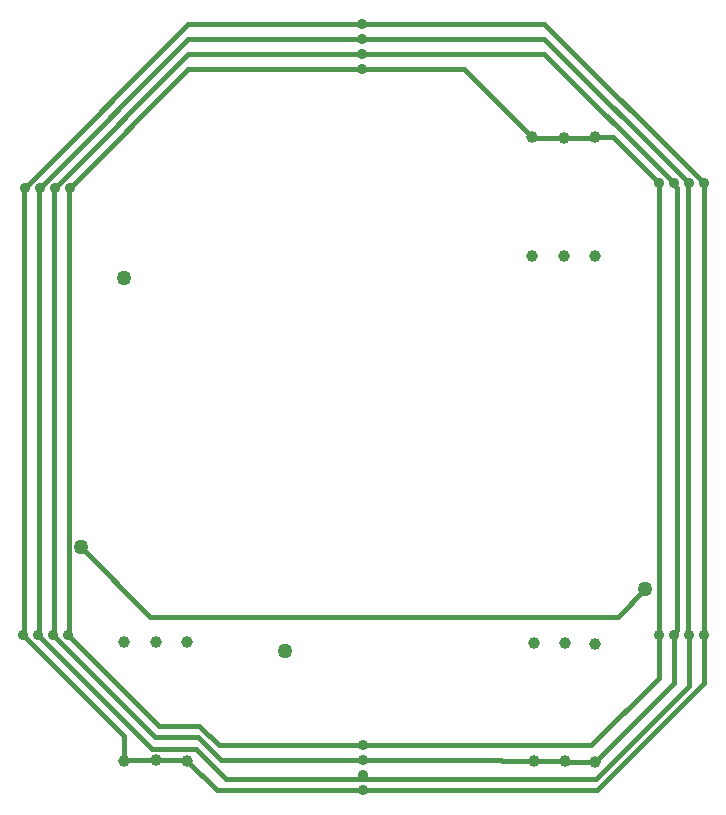
<source format=gbl>
G04*
G04 #@! TF.GenerationSoftware,Altium Limited,Altium Designer,21.0.8 (223)*
G04*
G04 Layer_Physical_Order=2*
G04 Layer_Color=16711680*
%FSLAX25Y25*%
%MOIN*%
G70*
G04*
G04 #@! TF.SameCoordinates,7D5CD3C5-D8CC-49FF-9A51-A3FBF932E8B6*
G04*
G04*
G04 #@! TF.FilePolarity,Positive*
G04*
G01*
G75*
%ADD26C,0.01500*%
%ADD29C,0.03937*%
%ADD30C,0.03543*%
%ADD31C,0.05000*%
D26*
X-94200Y-46500D02*
X-70900Y-69800D01*
X84900D02*
X94000Y-60700D01*
X-70900Y-69800D02*
X84900D01*
X98500Y-90287D02*
Y74600D01*
X83200Y89900D02*
X98500Y74600D01*
X113700Y-92000D02*
Y74800D01*
X103500Y-75247D02*
X104600Y-74147D01*
X103500Y74047D02*
X104600Y72947D01*
X108400Y-75700D02*
X108500Y-75800D01*
X108400Y-75700D02*
Y74500D01*
X103500Y-75800D02*
Y-75247D01*
Y74047D02*
Y74600D01*
X108400Y74500D02*
X108500Y74600D01*
X104600Y-74147D02*
Y72947D01*
X-69500Y-109800D02*
X-55200D01*
X-47300Y-117700D02*
X0D01*
X-55200Y-109800D02*
X-47300Y-117700D01*
X-98500Y-75800D02*
X-68000Y-106300D01*
X-54543D02*
X-48143Y-112700D01*
X0D01*
X-68000Y-106300D02*
X-54543D01*
X-70500Y-113800D02*
X-55600D01*
X-45600Y-123800D01*
X-108500Y-75800D02*
X-70500Y-113800D01*
X-103500Y-75800D02*
X-69500Y-109800D01*
X-45600Y-123800D02*
X46100D01*
X-58665Y-117735D02*
X-58600Y-117800D01*
X-48800Y-127600D02*
X78100D01*
X-69100Y-117670D02*
X-69035Y-117735D01*
X-58665D01*
X108500Y-93000D02*
Y-75800D01*
X103754Y-91846D02*
Y-75800D01*
X60400Y117700D02*
X103500Y74600D01*
X-300Y117700D02*
X60400D01*
Y122700D02*
X108500Y74600D01*
X60400Y127700D02*
X113500Y74600D01*
X-300Y127700D02*
X60400D01*
X-300Y122700D02*
X60400D01*
X56300Y89900D02*
X56300D01*
X-300Y112700D02*
X33500D01*
X56300Y89900D01*
X56300D02*
X56365Y89835D01*
X0Y-117700D02*
X45828D01*
X77300Y89900D02*
X83200D01*
X77700Y-123800D02*
X108500Y-93000D01*
X0Y-112700D02*
X76087D01*
X98500Y-90287D01*
X77400Y-118200D02*
X103754Y-91846D01*
X78100Y-127600D02*
X113700Y-92000D01*
X-79600Y-117800D02*
Y-109700D01*
X-113500Y-75800D02*
X-79600Y-109700D01*
X-79535Y-117735D02*
X-69165D01*
X-113500Y-75800D02*
Y-75800D01*
X45828Y-117700D02*
X46228Y-118100D01*
X56900D01*
X46100Y-123800D02*
X46100Y-123800D01*
X-58600Y-117800D02*
X-48800Y-127600D01*
X-98150Y72850D02*
X-97800Y73200D01*
X-98500Y-75800D02*
X-98150Y-75450D01*
Y72850D01*
X-103500Y-75800D02*
X-103150Y-75450D01*
Y72850D02*
X-102800Y73200D01*
X-103150Y-75450D02*
Y72850D01*
X-108150Y-75450D02*
Y72850D01*
X-107800Y73200D02*
X-58300Y122700D01*
X-108500Y-75800D02*
X-108150Y-75450D01*
Y72850D02*
X-107800Y73200D01*
X-113150Y-75450D02*
Y72850D01*
X-112800Y73200D01*
X-113500Y-75800D02*
X-113150Y-75450D01*
X-112800Y73200D02*
X-58300Y127700D01*
X-102800Y73200D02*
X-58300Y117700D01*
Y112700D02*
X-300D01*
X-58300Y127700D02*
X-300D01*
X-97800Y73200D02*
X-58300Y112700D01*
Y122700D02*
X-300D01*
X-58300Y117700D02*
X-300D01*
X66865Y89835D02*
X77235D01*
X77300Y89900D01*
X66800Y89770D02*
X66865Y89835D01*
X56365D02*
X66735D01*
X66800Y89770D01*
X46100Y-123800D02*
X77700D01*
X67450Y-118150D02*
X77350D01*
X67400Y-118100D02*
X67450Y-118150D01*
X77350D02*
X77400Y-118200D01*
X56900Y-118100D02*
X67400D01*
X-79600Y-117800D02*
X-79535Y-117735D01*
X-69165D02*
X-69100Y-117670D01*
D29*
X56300Y89900D02*
D03*
Y50530D02*
D03*
X-58600Y-78430D02*
D03*
Y-117800D02*
D03*
X-69100Y-78300D02*
D03*
Y-117670D02*
D03*
X-79600Y-78430D02*
D03*
Y-117800D02*
D03*
X77400Y-78830D02*
D03*
Y-118200D02*
D03*
X77300Y50530D02*
D03*
Y89900D02*
D03*
X66800Y50400D02*
D03*
Y89770D02*
D03*
X56900Y-78730D02*
D03*
Y-118100D02*
D03*
X67400Y-78730D02*
D03*
Y-118100D02*
D03*
D30*
X98500Y-75800D02*
D03*
X113500D02*
D03*
X108500D02*
D03*
X103500D02*
D03*
X0Y-112700D02*
D03*
Y-127700D02*
D03*
Y-122700D02*
D03*
Y-117700D02*
D03*
X-300Y112700D02*
D03*
Y127700D02*
D03*
Y122700D02*
D03*
Y117700D02*
D03*
X-98500Y-75800D02*
D03*
X-113500D02*
D03*
X-108500D02*
D03*
X-103500D02*
D03*
X-97800Y73200D02*
D03*
X-112800D02*
D03*
X-107800D02*
D03*
X-102800D02*
D03*
X98500Y74600D02*
D03*
X113500D02*
D03*
X108500D02*
D03*
X103500D02*
D03*
D31*
X94000Y-60700D02*
D03*
X-79800Y42900D02*
D03*
X-25900Y-81300D02*
D03*
X-94200Y-46500D02*
D03*
M02*

</source>
